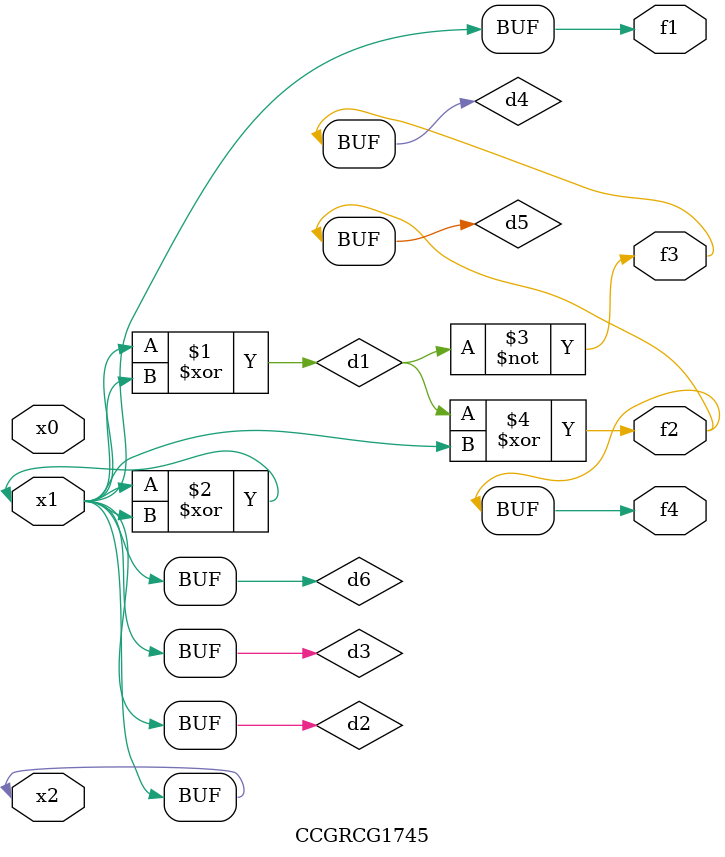
<source format=v>
module CCGRCG1745(
	input x0, x1, x2,
	output f1, f2, f3, f4
);

	wire d1, d2, d3, d4, d5, d6;

	xor (d1, x1, x2);
	buf (d2, x1, x2);
	xor (d3, x1, x2);
	nor (d4, d1);
	xor (d5, d1, d2);
	buf (d6, d2, d3);
	assign f1 = d6;
	assign f2 = d5;
	assign f3 = d4;
	assign f4 = d5;
endmodule

</source>
